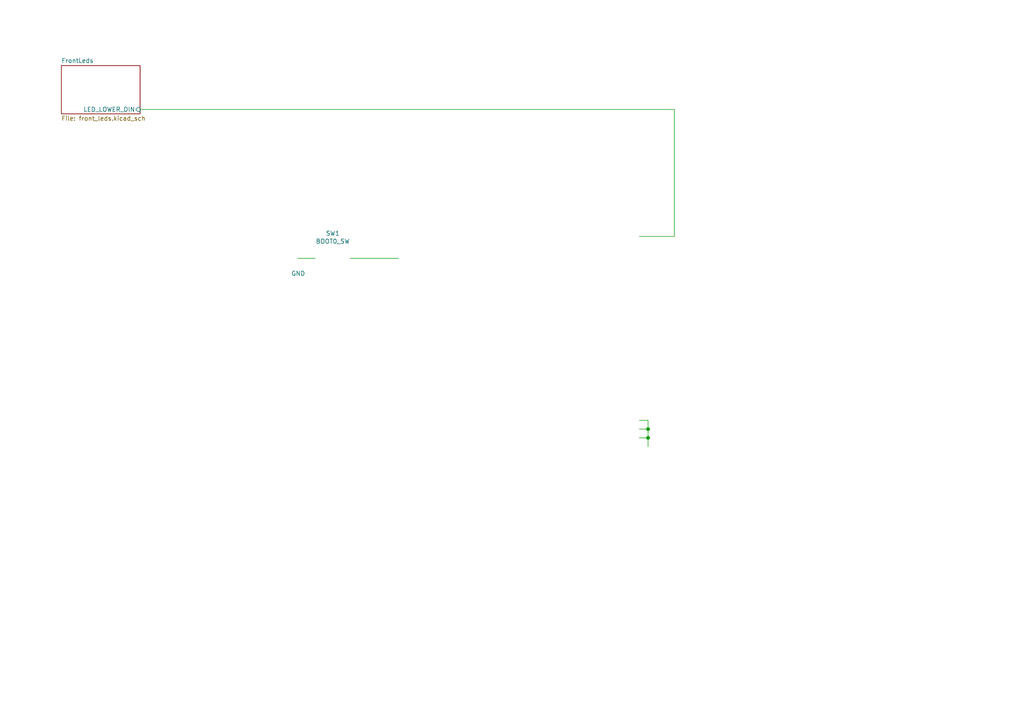
<source format=kicad_sch>
(kicad_sch (version 20211123) (generator eeschema)
  (paper "A4")
  (lib_symbols)
  (junction (at 187.96 124.46))
  (junction (at 187.96 127))
  (wire (pts (xy 195.58 31.75) (xy 195.58 68.58)))
  (wire (pts (xy 185.42 124.46) (xy 187.96 124.46)))
  (wire (pts (xy 115.57 74.93) (xy 101.6 74.93)))
  (wire (pts (xy 187.96 121.92) (xy 187.96 124.46)))
  (wire (pts (xy 86.36 74.93) (xy 91.44 74.93)))
  (wire (pts (xy 185.42 127) (xy 187.96 127)))
  (wire (pts (xy 187.96 127) (xy 187.96 129.54)))
  (wire (pts (xy 185.42 121.92) (xy 187.96 121.92)))
  (wire (pts (xy 187.96 124.46) (xy 187.96 127)))
  (wire (pts (xy 195.58 68.58) (xy 185.42 68.58)))
  (wire (pts (xy 40.64 31.75) (xy 195.58 31.75)))
  (symbol (lib_id "ludeled-rescue:ESP32-WROOM-32E-Espressif") (at 149.86 88.9 0) (unit 1)
    (property "Reference" "U1" (at 150.495 42.799 0))
    (property "Value" "ESP32-WROOM-32E" (at 150.495 45.1104 0))
    (property "Footprint" "Espressif:ESP32-WROOM-32E" (effects hide))
    (property "Datasheet" "https://www.espressif.com/sites/default/files/documentation/esp32-wroom-32e_esp32-wroom-32ue_datasheet_en.pdf" (effects hide))
  )
  (symbol (lib_id "ludeled-rescue:GND-power") (at 187.96 129.54 0) (unit 1)
    (property "Reference" "#PWR0568" (effects hide))
    (property "Value" "GND" (at 188.087 133.9342 0))
  )
  (symbol (lib_id "ludeled-rescue:SW_Push-Switch") (at 96.52 74.93 0) (unit 1)
    (property "Reference" "SW1" (at 96.52 67.691 0))
    (property "Value" "BOOT0_SW" (at 96.52 70.0024 0))
    (property "Footprint" "Button_Switch_SMD:SW_DIP_SPSTx01_Slide_6.7x4.1mm_W6.73mm_P2.54mm_LowProfile_JPin" (effects hide))
  )
  (symbol (lib_id "ludeled-rescue:GND-power") (at 86.36 74.93 0) (unit 1)
    (property "Reference" "#PWR0569" (effects hide))
    (property "Value" "GND" (at 86.487 79.3242 0))
  )
  (sheet (at 17.78 19.05) (size 22.86 13.97)
    (property "Sheet name" "FrontLeds" (at 17.78 18.3384 0) (effects (justify left bottom)))
    (property "Sheet file" "front_leds.kicad_sch" (at 17.78 33.6046 0) (effects (justify left top)))
    (pin "LED_LOWER_DIN" input (at 40.64 31.75 0))
  )
)
</source>
